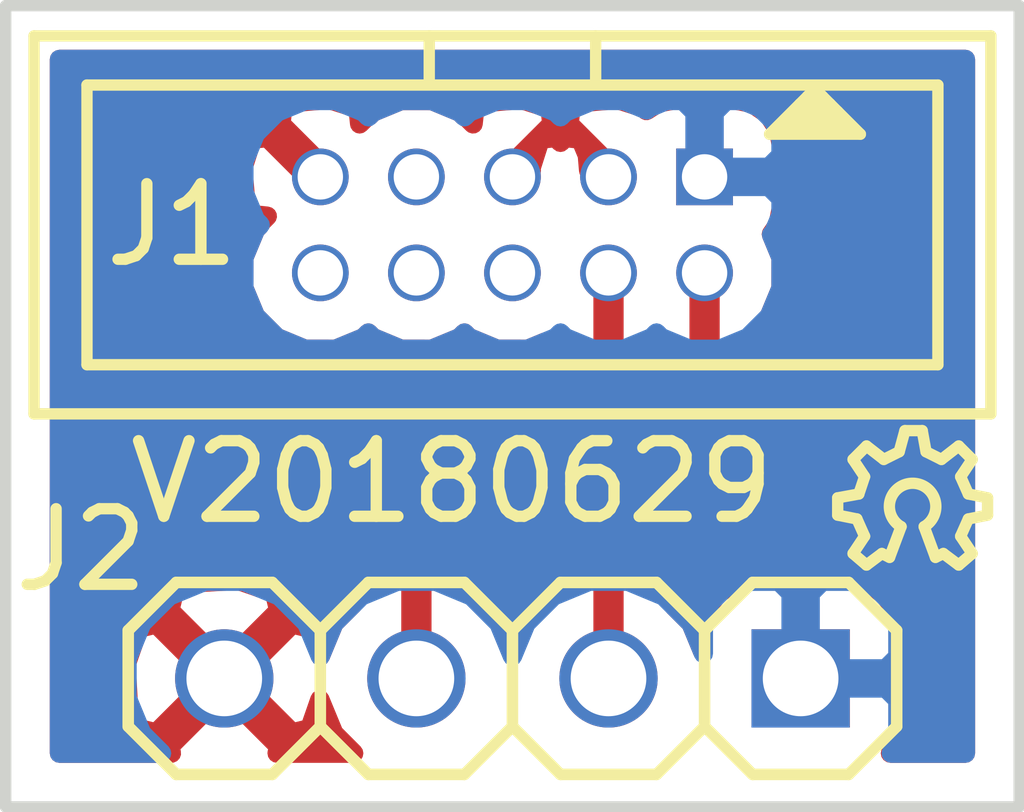
<source format=kicad_pcb>
(kicad_pcb (version 4) (host pcbnew 4.0.7-e2-6376~61~ubuntu18.04.1)

  (general
    (links 6)
    (no_connects 0)
    (area 0 0 0 0)
    (thickness 1.6)
    (drawings 4)
    (tracks 6)
    (zones 0)
    (modules 4)
    (nets 9)
  )

  (page A4)
  (layers
    (0 F.Cu signal)
    (31 B.Cu signal)
    (32 B.Adhes user)
    (33 F.Adhes user)
    (34 B.Paste user)
    (35 F.Paste user)
    (36 B.SilkS user)
    (37 F.SilkS user)
    (38 B.Mask user)
    (39 F.Mask user)
    (40 Dwgs.User user)
    (41 Cmts.User user)
    (42 Eco1.User user)
    (43 Eco2.User user)
    (44 Edge.Cuts user)
    (45 Margin user)
    (46 B.CrtYd user)
    (47 F.CrtYd user)
    (48 B.Fab user)
    (49 F.Fab user)
  )

  (setup
    (last_trace_width 0.4)
    (user_trace_width 0.1524)
    (user_trace_width 0.2)
    (user_trace_width 0.3)
    (user_trace_width 0.4)
    (user_trace_width 0.6)
    (user_trace_width 1)
    (user_trace_width 1.5)
    (user_trace_width 2)
    (trace_clearance 0.1524)
    (zone_clearance 0.508)
    (zone_45_only no)
    (trace_min 0.1524)
    (segment_width 0.2)
    (edge_width 0.15)
    (via_size 0.381)
    (via_drill 0.254)
    (via_min_size 0.381)
    (via_min_drill 0.254)
    (user_via 0.381 0.254)
    (user_via 0.55 0.4)
    (user_via 0.75 0.6)
    (user_via 0.95 0.8)
    (user_via 1.3 1)
    (user_via 1.5 1.2)
    (user_via 1.7 1.4)
    (user_via 1.9 1.6)
    (uvia_size 0.381)
    (uvia_drill 0.254)
    (uvias_allowed no)
    (uvia_min_size 0.381)
    (uvia_min_drill 0.254)
    (pcb_text_width 0.3)
    (pcb_text_size 1.5 1.5)
    (mod_edge_width 0.15)
    (mod_text_size 1 1)
    (mod_text_width 0.15)
    (pad_size 1.524 1.524)
    (pad_drill 0.762)
    (pad_to_mask_clearance 0.1)
    (aux_axis_origin 0 0)
    (visible_elements FFFFFF7F)
    (pcbplotparams
      (layerselection 0x00030_80000001)
      (usegerberextensions false)
      (excludeedgelayer true)
      (linewidth 0.100000)
      (plotframeref false)
      (viasonmask false)
      (mode 1)
      (useauxorigin false)
      (hpglpennumber 1)
      (hpglpenspeed 20)
      (hpglpendiameter 15)
      (hpglpenoverlay 2)
      (psnegative false)
      (psa4output false)
      (plotreference true)
      (plotvalue true)
      (plotinvisibletext false)
      (padsonsilk false)
      (subtractmaskfromsilk false)
      (outputformat 1)
      (mirror false)
      (drillshape 1)
      (scaleselection 1)
      (outputdirectory ""))
  )

  (net 0 "")
  (net 1 VDD)
  (net 2 /SWDIO)
  (net 3 VSS)
  (net 4 /SWDCLK)
  (net 5 "Net-(J1-Pad6)")
  (net 6 "Net-(J1-Pad7)")
  (net 7 "Net-(J1-Pad8)")
  (net 8 "Net-(J1-Pad10)")

  (net_class Default "This is the default net class."
    (clearance 0.1524)
    (trace_width 0.1524)
    (via_dia 0.381)
    (via_drill 0.254)
    (uvia_dia 0.381)
    (uvia_drill 0.254)
    (add_net /SWDCLK)
    (add_net /SWDIO)
    (add_net "Net-(J1-Pad10)")
    (add_net "Net-(J1-Pad6)")
    (add_net "Net-(J1-Pad7)")
    (add_net "Net-(J1-Pad8)")
    (add_net VDD)
    (add_net VSS)
  )

  (module SquantorLabels:Label_version (layer F.Cu) (tedit 59D3ED5E) (tstamp 5A135138)
    (at 135 99.4)
    (path /5A1357A5)
    (fp_text reference N2 (at 0 2) (layer F.Fab) hide
      (effects (font (size 1 1) (thickness 0.15)))
    )
    (fp_text value V20180629 (at -0.8 0) (layer F.SilkS)
      (effects (font (size 1 1) (thickness 0.15)))
    )
  )

  (module SquantorConnectors:Header-Shr-0127-2X05-H006 (layer F.Cu) (tedit 5B3667ED) (tstamp 5B376FF3)
    (at 135 96 180)
    (path /5B366870)
    (fp_text reference J1 (at 4.5 0 180) (layer F.SilkS)
      (effects (font (size 1 1) (thickness 0.15)))
    )
    (fp_text value JTAG_2X05 (at 0 3.3 180) (layer F.Fab) hide
      (effects (font (size 1 1) (thickness 0.15)))
    )
    (fp_line (start -4.1 1.7) (end -3.9 1.7) (layer F.SilkS) (width 0.15))
    (fp_line (start -4.2 1.6) (end -3.8 1.6) (layer F.SilkS) (width 0.15))
    (fp_line (start -4.3 1.5) (end -3.8 1.5) (layer F.SilkS) (width 0.15))
    (fp_line (start -4.3 1.4) (end -3.7 1.4) (layer F.SilkS) (width 0.15))
    (fp_line (start -4.4 1.3) (end -3.6 1.3) (layer F.SilkS) (width 0.15))
    (fp_line (start -3.4 1.2) (end -4.6 1.2) (layer F.SilkS) (width 0.15))
    (fp_line (start -4 1.8) (end -3.4 1.2) (layer F.SilkS) (width 0.15))
    (fp_line (start -4.6 1.2) (end -4 1.8) (layer F.SilkS) (width 0.15))
    (fp_line (start -1.1 2.5) (end -1.1 1.9) (layer F.SilkS) (width 0.15))
    (fp_line (start 1.1 2.5) (end 1.1 1.9) (layer F.SilkS) (width 0.15))
    (fp_line (start -5.625 1.85) (end -5.625 -1.85) (layer F.SilkS) (width 0.15))
    (fp_line (start 5.625 1.85) (end -5.625 1.85) (layer F.SilkS) (width 0.15))
    (fp_line (start 5.625 -1.85) (end 5.625 1.85) (layer F.SilkS) (width 0.15))
    (fp_line (start -5.625 -1.85) (end 5.625 -1.85) (layer F.SilkS) (width 0.15))
    (fp_line (start -6.325 2.5) (end -6.325 -2.5) (layer F.SilkS) (width 0.15))
    (fp_line (start 6.325 2.5) (end -6.325 2.5) (layer F.SilkS) (width 0.15))
    (fp_line (start 6.325 -2.5) (end 6.325 2.5) (layer F.SilkS) (width 0.15))
    (fp_line (start -6.325 -2.5) (end 6.325 -2.5) (layer F.SilkS) (width 0.15))
    (pad 1 thru_hole rect (at -2.54 0.635 180) (size 0.75 0.75) (drill 0.6) (layers *.Cu *.Mask)
      (net 1 VDD))
    (pad 2 thru_hole circle (at -2.54 -0.635 180) (size 0.75 0.75) (drill 0.6) (layers *.Cu *.Mask)
      (net 2 /SWDIO))
    (pad 3 thru_hole circle (at -1.27 0.635 180) (size 0.75 0.75) (drill 0.6) (layers *.Cu *.Mask)
      (net 3 VSS))
    (pad 4 thru_hole circle (at -1.27 -0.635 180) (size 0.75 0.75) (drill 0.6) (layers *.Cu *.Mask)
      (net 4 /SWDCLK))
    (pad 5 thru_hole circle (at 0 0.635 180) (size 0.75 0.75) (drill 0.6) (layers *.Cu *.Mask)
      (net 3 VSS))
    (pad 6 thru_hole circle (at 0 -0.635 180) (size 0.75 0.75) (drill 0.6) (layers *.Cu *.Mask)
      (net 5 "Net-(J1-Pad6)"))
    (pad 7 thru_hole circle (at 1.27 0.635 180) (size 0.75 0.75) (drill 0.6) (layers *.Cu *.Mask)
      (net 6 "Net-(J1-Pad7)"))
    (pad 8 thru_hole circle (at 1.27 -0.635 180) (size 0.75 0.75) (drill 0.6) (layers *.Cu *.Mask)
      (net 7 "Net-(J1-Pad8)"))
    (pad 9 thru_hole circle (at 2.54 0.635 180) (size 0.75 0.75) (drill 0.6) (layers *.Cu *.Mask)
      (net 3 VSS))
    (pad 10 thru_hole circle (at 2.54 -0.635 180) (size 0.75 0.75) (drill 0.6) (layers *.Cu *.Mask)
      (net 8 "Net-(J1-Pad10)"))
  )

  (module SquantorConnectors:Header-0254-1X04-H010 (layer F.Cu) (tedit 5B3668D0) (tstamp 5B377018)
    (at 135 102 180)
    (descr "PIN HEADER")
    (tags "PIN HEADER")
    (path /5B3668FF)
    (attr virtual)
    (fp_text reference J2 (at 5.7 1.7 180) (layer F.SilkS)
      (effects (font (size 1 1) (thickness 0.15)))
    )
    (fp_text value Conn_01x04 (at 0 2.413 180) (layer F.Fab) hide
      (effects (font (size 1.27 1.27) (thickness 0.15)))
    )
    (fp_line (start 0 -0.635) (end 0.635 -1.27) (layer F.SilkS) (width 0.1524))
    (fp_line (start 0.635 -1.27) (end 1.905 -1.27) (layer F.SilkS) (width 0.1524))
    (fp_line (start 1.905 -1.27) (end 2.54 -0.635) (layer F.SilkS) (width 0.1524))
    (fp_line (start 2.54 -0.635) (end 2.54 0.635) (layer F.SilkS) (width 0.1524))
    (fp_line (start 2.54 0.635) (end 1.905 1.27) (layer F.SilkS) (width 0.1524))
    (fp_line (start 1.905 1.27) (end 0.635 1.27) (layer F.SilkS) (width 0.1524))
    (fp_line (start 0.635 1.27) (end 0 0.635) (layer F.SilkS) (width 0.1524))
    (fp_line (start -4.445 -1.27) (end -3.175 -1.27) (layer F.SilkS) (width 0.1524))
    (fp_line (start -3.175 -1.27) (end -2.54 -0.635) (layer F.SilkS) (width 0.1524))
    (fp_line (start -2.54 -0.635) (end -2.54 0.635) (layer F.SilkS) (width 0.1524))
    (fp_line (start -2.54 0.635) (end -3.175 1.27) (layer F.SilkS) (width 0.1524))
    (fp_line (start -2.54 -0.635) (end -1.905 -1.27) (layer F.SilkS) (width 0.1524))
    (fp_line (start -1.905 -1.27) (end -0.635 -1.27) (layer F.SilkS) (width 0.1524))
    (fp_line (start -0.635 -1.27) (end 0 -0.635) (layer F.SilkS) (width 0.1524))
    (fp_line (start 0 -0.635) (end 0 0.635) (layer F.SilkS) (width 0.1524))
    (fp_line (start 0 0.635) (end -0.635 1.27) (layer F.SilkS) (width 0.1524))
    (fp_line (start -0.635 1.27) (end -1.905 1.27) (layer F.SilkS) (width 0.1524))
    (fp_line (start -1.905 1.27) (end -2.54 0.635) (layer F.SilkS) (width 0.1524))
    (fp_line (start -5.08 -0.635) (end -5.08 0.635) (layer F.SilkS) (width 0.1524))
    (fp_line (start -4.445 -1.27) (end -5.08 -0.635) (layer F.SilkS) (width 0.1524))
    (fp_line (start -5.08 0.635) (end -4.445 1.27) (layer F.SilkS) (width 0.1524))
    (fp_line (start -3.175 1.27) (end -4.445 1.27) (layer F.SilkS) (width 0.1524))
    (fp_line (start 3.175 -1.27) (end 4.445 -1.27) (layer F.SilkS) (width 0.1524))
    (fp_line (start 4.445 -1.27) (end 5.08 -0.635) (layer F.SilkS) (width 0.1524))
    (fp_line (start 5.08 -0.635) (end 5.08 0.635) (layer F.SilkS) (width 0.1524))
    (fp_line (start 5.08 0.635) (end 4.445 1.27) (layer F.SilkS) (width 0.1524))
    (fp_line (start 3.175 -1.27) (end 2.54 -0.635) (layer F.SilkS) (width 0.1524))
    (fp_line (start 2.54 0.635) (end 3.175 1.27) (layer F.SilkS) (width 0.1524))
    (fp_line (start 4.445 1.27) (end 3.175 1.27) (layer F.SilkS) (width 0.1524))
    (pad 1 thru_hole rect (at -3.81 0) (size 1.3 1.3) (drill 1) (layers *.Cu *.Mask)
      (net 1 VDD))
    (pad 2 thru_hole circle (at -1.27 0) (size 1.3 1.3) (drill 1) (layers *.Cu *.Mask)
      (net 2 /SWDIO))
    (pad 3 thru_hole circle (at 1.27 0) (size 1.3 1.3) (drill 1) (layers *.Cu *.Mask)
      (net 4 /SWDCLK))
    (pad 4 thru_hole circle (at 3.81 0) (size 1.3 1.3) (drill 1) (layers *.Cu *.Mask)
      (net 3 VSS))
  )

  (module SquantorOHW_logo:ohw-logo-OSHW_6X70_NOTEXT (layer F.Cu) (tedit 5B366AF0) (tstamp 5B3B453D)
    (at 140.3 99.7)
    (path /5A135869)
    (attr virtual)
    (fp_text reference N1 (at 0 2) (layer F.Fab) hide
      (effects (font (size 1.27 1.27) (thickness 0.15)))
    )
    (fp_text value OHWLOGO (at 0 -2) (layer F.SilkS) hide
      (effects (font (size 1 1) (thickness 0.15)))
    )
    (fp_line (start -0.1618 0.292) (end -0.3142 0.6984) (layer F.SilkS) (width 0.15))
    (fp_line (start -0.3142 0.6984) (end -0.4158 0.6476) (layer F.SilkS) (width 0.15))
    (fp_line (start -0.4158 0.6476) (end -0.619 0.8) (layer F.SilkS) (width 0.15))
    (fp_line (start -0.619 0.8) (end -0.7968 0.6476) (layer F.SilkS) (width 0.15))
    (fp_line (start -0.7968 0.6476) (end -0.6444 0.419) (layer F.SilkS) (width 0.15))
    (fp_line (start -0.6444 0.419) (end -0.746 0.1904) (layer F.SilkS) (width 0.15))
    (fp_line (start -0.746 0.1904) (end -1 0.1396) (layer F.SilkS) (width 0.15))
    (fp_line (start -1 0.1396) (end -1 -0.089) (layer F.SilkS) (width 0.15))
    (fp_line (start -1 -0.089) (end -0.7206 -0.1398) (layer F.SilkS) (width 0.15))
    (fp_line (start -0.7206 -0.1398) (end -0.6444 -0.3684) (layer F.SilkS) (width 0.15))
    (fp_line (start -0.6444 -0.3684) (end -0.7968 -0.597) (layer F.SilkS) (width 0.15))
    (fp_line (start -0.7968 -0.597) (end -0.619 -0.7748) (layer F.SilkS) (width 0.15))
    (fp_line (start -0.619 -0.7748) (end -0.3904 -0.597) (layer F.SilkS) (width 0.15))
    (fp_line (start -0.3904 -0.597) (end -0.1872 -0.6986) (layer F.SilkS) (width 0.15))
    (fp_line (start -0.1872 -0.6986) (end -0.111 -0.978) (layer F.SilkS) (width 0.15))
    (fp_line (start -0.111 -0.978) (end 0.1176 -0.978) (layer F.SilkS) (width 0.15))
    (fp_line (start 0.1176 -0.978) (end 0.1684 -0.6986) (layer F.SilkS) (width 0.15))
    (fp_line (start 0.1684 -0.6986) (end 0.3716 -0.597) (layer F.SilkS) (width 0.15))
    (fp_line (start 0.3716 -0.597) (end 0.6002 -0.7748) (layer F.SilkS) (width 0.15))
    (fp_line (start 0.6002 -0.7748) (end 0.778 -0.597) (layer F.SilkS) (width 0.15))
    (fp_line (start 0.778 -0.597) (end 0.6256 -0.3684) (layer F.SilkS) (width 0.15))
    (fp_line (start 0.6256 -0.3684) (end 0.7272 -0.1398) (layer F.SilkS) (width 0.15))
    (fp_line (start 0.7272 -0.1398) (end 0.9812 -0.089) (layer F.SilkS) (width 0.15))
    (fp_line (start 0.9812 -0.089) (end 0.9812 0.1396) (layer F.SilkS) (width 0.15))
    (fp_line (start 0.9812 0.1396) (end 0.7272 0.1904) (layer F.SilkS) (width 0.15))
    (fp_line (start 0.7272 0.1904) (end 0.6256 0.419) (layer F.SilkS) (width 0.15))
    (fp_line (start 0.6256 0.419) (end 0.778 0.6476) (layer F.SilkS) (width 0.15))
    (fp_line (start 0.778 0.6476) (end 0.6002 0.8) (layer F.SilkS) (width 0.15))
    (fp_line (start 0.6002 0.8) (end 0.397 0.6476) (layer F.SilkS) (width 0.15))
    (fp_line (start 0.397 0.6476) (end 0.29286 0.6984) (layer F.SilkS) (width 0.15))
    (fp_line (start 0.29286 0.6984) (end 0.143 0.292) (layer F.SilkS) (width 0.15))
    (fp_arc (start -0.0094 0.0253) (end -0.1618 0.292) (angle 300.5) (layer F.SilkS) (width 0.15))
  )

  (gr_line (start 128.3 103.7) (end 141.7 103.7) (layer Edge.Cuts) (width 0.15))
  (gr_line (start 128.3 93.1) (end 128.3 103.7) (layer Edge.Cuts) (width 0.15))
  (gr_line (start 141.7 93.1) (end 141.7 103.7) (layer Edge.Cuts) (width 0.15))
  (gr_line (start 128.3 93.1) (end 141.7 93.1) (layer Edge.Cuts) (width 0.15))

  (segment (start 137.54 99.46) (end 136.27 100.73) (width 0.4) (layer F.Cu) (net 2))
  (segment (start 136.27 100.73) (end 136.27 102) (width 0.4) (layer F.Cu) (net 2))
  (segment (start 137.54 96.635) (end 137.54 99.46) (width 0.4) (layer F.Cu) (net 2))
  (segment (start 136.27 98.13) (end 133.73 100.67) (width 0.4) (layer F.Cu) (net 4))
  (segment (start 133.73 100.67) (end 133.73 102) (width 0.4) (layer F.Cu) (net 4))
  (segment (start 136.27 96.635) (end 136.27 98.13) (width 0.4) (layer F.Cu) (net 4))

  (zone (net 3) (net_name VSS) (layer F.Cu) (tstamp 0) (hatch edge 0.508)
    (connect_pads (clearance 0.508))
    (min_thickness 0.254)
    (fill yes (arc_segments 16) (thermal_gap 0.508) (thermal_bridge_width 0.508))
    (polygon
      (pts
        (xy 128.3 93.1) (xy 141.7 93.1) (xy 141.7 103.7) (xy 128.3 103.7)
      )
    )
    (filled_polygon
      (pts
        (xy 140.99 102.99) (xy 139.996228 102.99) (xy 140.056431 102.90189) (xy 140.10744 102.65) (xy 140.10744 101.35)
        (xy 140.063162 101.114683) (xy 139.92409 100.898559) (xy 139.71189 100.753569) (xy 139.46 100.70256) (xy 138.16 100.70256)
        (xy 137.924683 100.746838) (xy 137.708559 100.88591) (xy 137.563569 101.09811) (xy 137.51256 101.35) (xy 137.51256 101.642267)
        (xy 137.360005 101.273057) (xy 137.134106 101.046762) (xy 138.130434 100.050434) (xy 138.311439 99.779541) (xy 138.375 99.46)
        (xy 138.375 97.228567) (xy 138.395737 97.207866) (xy 138.549824 96.836783) (xy 138.550175 96.43498) (xy 138.421486 96.123528)
        (xy 138.511431 95.99189) (xy 138.56244 95.74) (xy 138.56244 94.99) (xy 138.518162 94.754683) (xy 138.37909 94.538559)
        (xy 138.16689 94.393569) (xy 137.915 94.34256) (xy 137.165 94.34256) (xy 136.929683 94.386838) (xy 136.770659 94.489167)
        (xy 136.767928 94.463596) (xy 136.385073 94.341662) (xy 135.984699 94.375523) (xy 135.772072 94.463596) (xy 135.750468 94.665863)
        (xy 136.27 95.185395) (xy 136.284143 95.171253) (xy 136.463748 95.350858) (xy 136.449605 95.365) (xy 136.463748 95.379143)
        (xy 136.284143 95.558748) (xy 136.27 95.544605) (xy 136.255858 95.558748) (xy 136.076253 95.379143) (xy 136.090395 95.365)
        (xy 136.006512 95.281117) (xy 135.989477 95.079699) (xy 135.901404 94.867072) (xy 135.699137 94.845468) (xy 135.635 94.909605)
        (xy 135.570863 94.845468) (xy 135.368596 94.867072) (xy 135.246662 95.249927) (xy 135.250406 95.294199) (xy 135.179605 95.365)
        (xy 135.193748 95.379143) (xy 135.014143 95.558748) (xy 135 95.544605) (xy 134.985858 95.558748) (xy 134.806253 95.379143)
        (xy 134.820395 95.365) (xy 134.806253 95.350858) (xy 134.985858 95.171253) (xy 135 95.185395) (xy 135.519532 94.665863)
        (xy 135.497928 94.463596) (xy 135.115073 94.341662) (xy 134.714699 94.375523) (xy 134.502072 94.463596) (xy 134.480468 94.66586)
        (xy 134.363394 94.548786) (xy 134.352848 94.559332) (xy 134.302866 94.509263) (xy 133.931783 94.355176) (xy 133.52998 94.354825)
        (xy 133.158628 94.508264) (xy 133.107311 94.559491) (xy 133.096606 94.548786) (xy 132.979532 94.66586) (xy 132.957928 94.463596)
        (xy 132.575073 94.341662) (xy 132.174699 94.375523) (xy 131.962072 94.463596) (xy 131.940468 94.665863) (xy 132.46 95.185395)
        (xy 132.474143 95.171253) (xy 132.653748 95.350858) (xy 132.639605 95.365) (xy 132.653748 95.379143) (xy 132.474143 95.558748)
        (xy 132.46 95.544605) (xy 132.445858 95.558748) (xy 132.266253 95.379143) (xy 132.280395 95.365) (xy 131.760863 94.845468)
        (xy 131.558596 94.867072) (xy 131.436662 95.249927) (xy 131.470523 95.650301) (xy 131.558596 95.862928) (xy 131.76086 95.884532)
        (xy 131.643786 96.001606) (xy 131.654332 96.012152) (xy 131.604263 96.062134) (xy 131.450176 96.433217) (xy 131.449825 96.83502)
        (xy 131.603264 97.206372) (xy 131.887134 97.490737) (xy 132.258217 97.644824) (xy 132.66002 97.645175) (xy 133.031372 97.491736)
        (xy 133.094862 97.428356) (xy 133.157134 97.490737) (xy 133.528217 97.644824) (xy 133.93002 97.645175) (xy 134.301372 97.491736)
        (xy 134.364862 97.428356) (xy 134.427134 97.490737) (xy 134.798217 97.644824) (xy 135.20002 97.645175) (xy 135.435 97.548084)
        (xy 135.435 97.784132) (xy 133.139566 100.079566) (xy 132.958561 100.350459) (xy 132.895 100.67) (xy 132.895 101.017863)
        (xy 132.641265 101.271155) (xy 132.460203 101.7072) (xy 132.458083 101.670572) (xy 132.319611 101.336271) (xy 132.089016 101.28059)
        (xy 131.369605 102) (xy 132.089016 102.71941) (xy 132.319611 102.663729) (xy 132.454139 102.27714) (xy 132.639995 102.726943)
        (xy 132.902592 102.99) (xy 131.88744 102.99) (xy 131.90941 102.899016) (xy 131.19 102.179605) (xy 130.47059 102.899016)
        (xy 130.49256 102.99) (xy 129.01 102.99) (xy 129.01 101.819078) (xy 129.892378 101.819078) (xy 129.921917 102.329428)
        (xy 130.060389 102.663729) (xy 130.290984 102.71941) (xy 131.010395 102) (xy 130.290984 101.28059) (xy 130.060389 101.336271)
        (xy 129.892378 101.819078) (xy 129.01 101.819078) (xy 129.01 101.100984) (xy 130.47059 101.100984) (xy 131.19 101.820395)
        (xy 131.90941 101.100984) (xy 131.853729 100.870389) (xy 131.370922 100.702378) (xy 130.860572 100.731917) (xy 130.526271 100.870389)
        (xy 130.47059 101.100984) (xy 129.01 101.100984) (xy 129.01 93.81) (xy 140.99 93.81)
      )
    )
  )
  (zone (net 1) (net_name VDD) (layer B.Cu) (tstamp 0) (hatch edge 0.508)
    (connect_pads (clearance 0.508))
    (min_thickness 0.254)
    (fill yes (arc_segments 16) (thermal_gap 0.508) (thermal_bridge_width 0.508))
    (polygon
      (pts
        (xy 128.3 93.1) (xy 141.7 93.1) (xy 141.7 103.7) (xy 128.3 103.7)
      )
    )
    (filled_polygon
      (pts
        (xy 140.99 102.99) (xy 140.006487 102.99) (xy 140.095 102.77631) (xy 140.095 102.28575) (xy 139.93625 102.127)
        (xy 138.937 102.127) (xy 138.937 102.147) (xy 138.683 102.147) (xy 138.683 102.127) (xy 138.663 102.127)
        (xy 138.663 101.873) (xy 138.683 101.873) (xy 138.683 100.87375) (xy 138.937 100.87375) (xy 138.937 101.873)
        (xy 139.93625 101.873) (xy 140.095 101.71425) (xy 140.095 101.22369) (xy 139.998327 100.990301) (xy 139.819698 100.811673)
        (xy 139.586309 100.715) (xy 139.09575 100.715) (xy 138.937 100.87375) (xy 138.683 100.87375) (xy 138.52425 100.715)
        (xy 138.033691 100.715) (xy 137.800302 100.811673) (xy 137.621673 100.990301) (xy 137.525 101.22369) (xy 137.525 101.672374)
        (xy 137.360005 101.273057) (xy 136.998845 100.911265) (xy 136.526724 100.715223) (xy 136.015519 100.714777) (xy 135.543057 100.909995)
        (xy 135.181265 101.271155) (xy 134.999795 101.708182) (xy 134.820005 101.273057) (xy 134.458845 100.911265) (xy 133.986724 100.715223)
        (xy 133.475519 100.714777) (xy 133.003057 100.909995) (xy 132.641265 101.271155) (xy 132.459795 101.708182) (xy 132.280005 101.273057)
        (xy 131.918845 100.911265) (xy 131.446724 100.715223) (xy 130.935519 100.714777) (xy 130.463057 100.909995) (xy 130.101265 101.271155)
        (xy 129.905223 101.743276) (xy 129.904777 102.254481) (xy 130.099995 102.726943) (xy 130.362592 102.99) (xy 129.01 102.99)
        (xy 129.01 95.56502) (xy 131.449825 95.56502) (xy 131.603264 95.936372) (xy 131.666644 95.999862) (xy 131.604263 96.062134)
        (xy 131.450176 96.433217) (xy 131.449825 96.83502) (xy 131.603264 97.206372) (xy 131.887134 97.490737) (xy 132.258217 97.644824)
        (xy 132.66002 97.645175) (xy 133.031372 97.491736) (xy 133.094862 97.428356) (xy 133.157134 97.490737) (xy 133.528217 97.644824)
        (xy 133.93002 97.645175) (xy 134.301372 97.491736) (xy 134.364862 97.428356) (xy 134.427134 97.490737) (xy 134.798217 97.644824)
        (xy 135.20002 97.645175) (xy 135.571372 97.491736) (xy 135.634862 97.428356) (xy 135.697134 97.490737) (xy 136.068217 97.644824)
        (xy 136.47002 97.645175) (xy 136.841372 97.491736) (xy 136.904862 97.428356) (xy 136.967134 97.490737) (xy 137.338217 97.644824)
        (xy 137.74002 97.645175) (xy 138.111372 97.491736) (xy 138.395737 97.207866) (xy 138.549824 96.836783) (xy 138.550175 96.43498)
        (xy 138.423829 96.129197) (xy 138.453327 96.099699) (xy 138.55 95.86631) (xy 138.55 95.65075) (xy 138.39125 95.492)
        (xy 137.667 95.492) (xy 137.667 95.512) (xy 137.413 95.512) (xy 137.413 95.492) (xy 137.393 95.492)
        (xy 137.393 95.238) (xy 137.413 95.238) (xy 137.413 94.51375) (xy 137.667 94.51375) (xy 137.667 95.238)
        (xy 138.39125 95.238) (xy 138.55 95.07925) (xy 138.55 94.86369) (xy 138.453327 94.630301) (xy 138.274698 94.451673)
        (xy 138.041309 94.355) (xy 137.82575 94.355) (xy 137.667 94.51375) (xy 137.413 94.51375) (xy 137.25425 94.355)
        (xy 137.038691 94.355) (xy 136.805302 94.451673) (xy 136.77563 94.481344) (xy 136.471783 94.355176) (xy 136.06998 94.354825)
        (xy 135.698628 94.508264) (xy 135.635138 94.571644) (xy 135.572866 94.509263) (xy 135.201783 94.355176) (xy 134.79998 94.354825)
        (xy 134.428628 94.508264) (xy 134.365138 94.571644) (xy 134.302866 94.509263) (xy 133.931783 94.355176) (xy 133.52998 94.354825)
        (xy 133.158628 94.508264) (xy 133.095138 94.571644) (xy 133.032866 94.509263) (xy 132.661783 94.355176) (xy 132.25998 94.354825)
        (xy 131.888628 94.508264) (xy 131.604263 94.792134) (xy 131.450176 95.163217) (xy 131.449825 95.56502) (xy 129.01 95.56502)
        (xy 129.01 93.81) (xy 140.99 93.81)
      )
    )
  )
)

</source>
